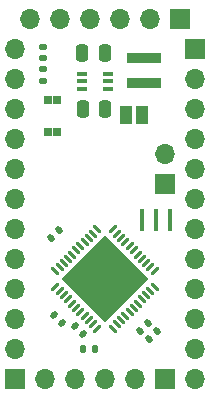
<source format=gbr>
%TF.GenerationSoftware,KiCad,Pcbnew,8.0.8-8.0.8-0~ubuntu22.04.1*%
%TF.CreationDate,2025-02-15T16:07:57+01:00*%
%TF.ProjectId,HB_Pro_Mini_ATMEGA1284P_FUEL4EP,48425f50-726f-45f4-9d69-6e695f41544d,V1.4*%
%TF.SameCoordinates,Original*%
%TF.FileFunction,Soldermask,Top*%
%TF.FilePolarity,Negative*%
%FSLAX46Y46*%
G04 Gerber Fmt 4.6, Leading zero omitted, Abs format (unit mm)*
G04 Created by KiCad (PCBNEW 8.0.8-8.0.8-0~ubuntu22.04.1) date 2025-02-15 16:07:57*
%MOMM*%
%LPD*%
G01*
G04 APERTURE LIST*
G04 Aperture macros list*
%AMRoundRect*
0 Rectangle with rounded corners*
0 $1 Rounding radius*
0 $2 $3 $4 $5 $6 $7 $8 $9 X,Y pos of 4 corners*
0 Add a 4 corners polygon primitive as box body*
4,1,4,$2,$3,$4,$5,$6,$7,$8,$9,$2,$3,0*
0 Add four circle primitives for the rounded corners*
1,1,$1+$1,$2,$3*
1,1,$1+$1,$4,$5*
1,1,$1+$1,$6,$7*
1,1,$1+$1,$8,$9*
0 Add four rect primitives between the rounded corners*
20,1,$1+$1,$2,$3,$4,$5,0*
20,1,$1+$1,$4,$5,$6,$7,0*
20,1,$1+$1,$6,$7,$8,$9,0*
20,1,$1+$1,$8,$9,$2,$3,0*%
%AMRotRect*
0 Rectangle, with rotation*
0 The origin of the aperture is its center*
0 $1 length*
0 $2 width*
0 $3 Rotation angle, in degrees counterclockwise*
0 Add horizontal line*
21,1,$1,$2,0,0,$3*%
G04 Aperture macros list end*
%ADD10RoundRect,0.140000X0.021213X-0.219203X0.219203X-0.021213X-0.021213X0.219203X-0.219203X0.021213X0*%
%ADD11R,1.000000X1.500000*%
%ADD12R,0.400000X1.900000*%
%ADD13RoundRect,0.250000X0.250000X0.475000X-0.250000X0.475000X-0.250000X-0.475000X0.250000X-0.475000X0*%
%ADD14RoundRect,0.140000X-0.219203X-0.021213X-0.021213X-0.219203X0.219203X0.021213X0.021213X0.219203X0*%
%ADD15RoundRect,0.140000X0.170000X-0.140000X0.170000X0.140000X-0.170000X0.140000X-0.170000X-0.140000X0*%
%ADD16RoundRect,0.100000X-0.350000X-0.100000X0.350000X-0.100000X0.350000X0.100000X-0.350000X0.100000X0*%
%ADD17RoundRect,0.140000X-0.021213X0.219203X-0.219203X0.021213X0.021213X-0.219203X0.219203X-0.021213X0*%
%ADD18RoundRect,0.102000X0.275000X-0.275000X0.275000X0.275000X-0.275000X0.275000X-0.275000X-0.275000X0*%
%ADD19R,1.700000X1.700000*%
%ADD20O,1.700000X1.700000*%
%ADD21RoundRect,0.062500X0.220971X0.309359X-0.309359X-0.220971X-0.220971X-0.309359X0.309359X0.220971X0*%
%ADD22RoundRect,0.062500X-0.220971X0.309359X-0.309359X0.220971X0.220971X-0.309359X0.309359X-0.220971X0*%
%ADD23RotRect,5.150000X5.150000X225.000000*%
%ADD24R,3.000000X0.900000*%
%ADD25RoundRect,0.135000X-0.185000X0.135000X-0.185000X-0.135000X0.185000X-0.135000X0.185000X0.135000X0*%
%ADD26RoundRect,0.135000X0.135000X0.185000X-0.135000X0.185000X-0.135000X-0.185000X0.135000X-0.185000X0*%
%ADD27RoundRect,0.140000X0.219203X0.021213X0.021213X0.219203X-0.219203X-0.021213X-0.021213X-0.219203X0*%
G04 APERTURE END LIST*
D10*
%TO.C,C7*%
X11861800Y5384800D03*
X12540622Y6063622D03*
%TD*%
D11*
%TO.C,JP1*%
X11988800Y23622000D03*
X10688800Y23622000D03*
%TD*%
D12*
%TO.C,Y2*%
X11976400Y14732000D03*
X13176400Y14732000D03*
X14376400Y14732000D03*
%TD*%
D13*
%TO.C,C2*%
X8859600Y28905200D03*
X6959600Y28905200D03*
%TD*%
D14*
%TO.C,C4*%
X6306178Y5809622D03*
X6985000Y5130800D03*
%TD*%
D13*
%TO.C,C3*%
X8890000Y24130000D03*
X6990000Y24130000D03*
%TD*%
D15*
%TO.C,C1*%
X3606800Y28498800D03*
X3606800Y29458800D03*
%TD*%
D16*
%TO.C,U2*%
X6944000Y27157200D03*
X6944000Y26507200D03*
X6944000Y25857200D03*
X9144000Y25857200D03*
X9144000Y26507200D03*
X9144000Y27157200D03*
%TD*%
D17*
%TO.C,C6*%
X4987611Y13953811D03*
X4308789Y13274989D03*
%TD*%
D18*
%TO.C,S1*%
X4076000Y22242000D03*
X4826000Y22242000D03*
X4076000Y24892000D03*
X4826000Y24892000D03*
%TD*%
D19*
%TO.C,J1*%
X15240000Y31750000D03*
D20*
X12700000Y31750000D03*
X10160000Y31750000D03*
X7620000Y31750000D03*
X5080000Y31750000D03*
X2540000Y31750000D03*
%TD*%
D21*
%TO.C,U1*%
X13085934Y10434466D03*
X12732380Y10788019D03*
X12378827Y11141572D03*
X12025273Y11495126D03*
X11671720Y11848679D03*
X11318167Y12202233D03*
X10964613Y12555786D03*
X10611060Y12909339D03*
X10257506Y13262893D03*
X9903953Y13616446D03*
X9550400Y13970000D03*
D22*
X8224574Y13970000D03*
X7871021Y13616446D03*
X7517468Y13262893D03*
X7163914Y12909339D03*
X6810361Y12555786D03*
X6456807Y12202233D03*
X6103254Y11848679D03*
X5749701Y11495126D03*
X5396147Y11141572D03*
X5042594Y10788019D03*
X4689040Y10434466D03*
D21*
X4689040Y9108640D03*
X5042594Y8755087D03*
X5396147Y8401534D03*
X5749701Y8047980D03*
X6103254Y7694427D03*
X6456807Y7340873D03*
X6810361Y6987320D03*
X7163914Y6633767D03*
X7517468Y6280213D03*
X7871021Y5926660D03*
X8224574Y5573106D03*
D22*
X9550400Y5573106D03*
X9903953Y5926660D03*
X10257506Y6280213D03*
X10611060Y6633767D03*
X10964613Y6987320D03*
X11318167Y7340873D03*
X11671720Y7694427D03*
X12025273Y8047980D03*
X12378827Y8401534D03*
X12732380Y8755087D03*
X13085934Y9108640D03*
D23*
X8887487Y9771553D03*
%TD*%
D24*
%TO.C,L1*%
X12166600Y28490600D03*
X12166600Y26390600D03*
%TD*%
D25*
%TO.C,R1*%
X3606800Y27584400D03*
X3606800Y26564400D03*
%TD*%
D10*
%TO.C,C5*%
X12573000Y4673600D03*
X13251822Y5352422D03*
%TD*%
D26*
%TO.C,R2*%
X8026400Y3860800D03*
X7006400Y3860800D03*
%TD*%
D27*
%TO.C,C8*%
X5276222Y6052178D03*
X4597400Y6731000D03*
%TD*%
D19*
%TO.C,J4*%
X13970000Y1270000D03*
D20*
X11430000Y1270000D03*
X8890000Y1270000D03*
X6350000Y1270000D03*
X3810000Y1270000D03*
%TD*%
D19*
%TO.C,J5*%
X13970000Y17780000D03*
D20*
X13970000Y20320000D03*
%TD*%
D19*
%TO.C,J3*%
X1270000Y1270000D03*
D20*
X1270000Y3810000D03*
X1270000Y6350000D03*
X1270000Y8890000D03*
X1270000Y11430000D03*
X1270000Y13970000D03*
X1270000Y16510000D03*
X1270000Y19050000D03*
X1270000Y21590000D03*
X1270000Y24130000D03*
X1270000Y26670000D03*
X1270000Y29210000D03*
%TD*%
D19*
%TO.C,J2*%
X16510000Y29210000D03*
D20*
X16510000Y26670000D03*
X16510000Y24130000D03*
X16510000Y21590000D03*
X16510000Y19050000D03*
X16510000Y16510000D03*
X16510000Y13970000D03*
X16510000Y11430000D03*
X16510000Y8890000D03*
X16510000Y6350000D03*
X16510000Y3810000D03*
X16510000Y1270000D03*
%TD*%
M02*

</source>
